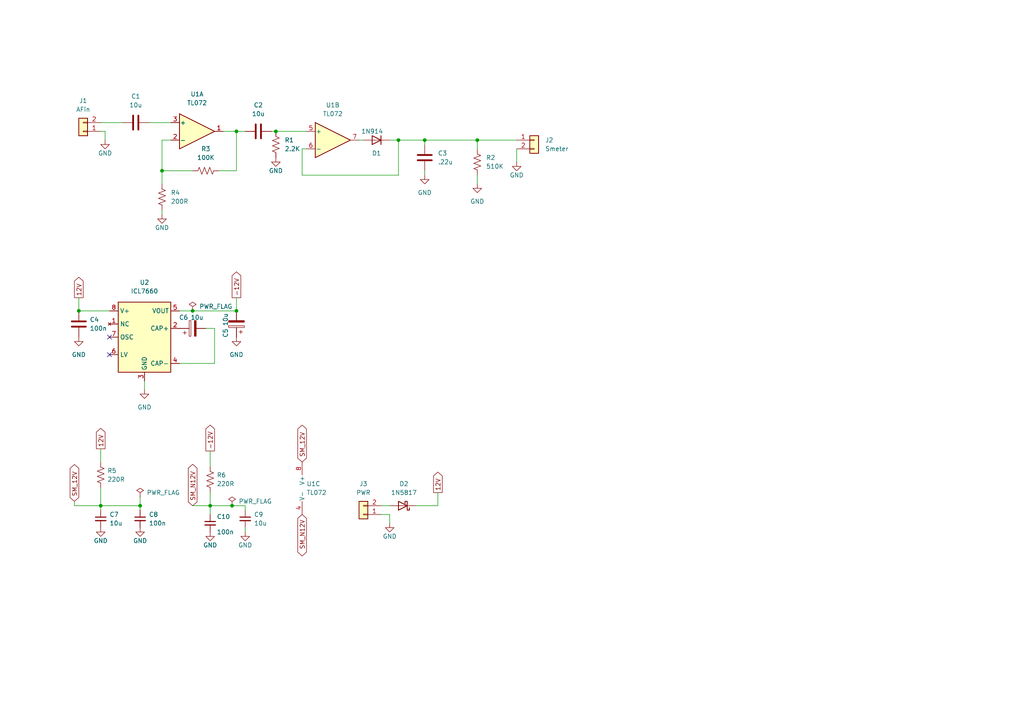
<source format=kicad_sch>
(kicad_sch (version 20211123) (generator eeschema)
  (paper "A4")
  (lib_symbols
    (symbol "Amplifier_Operational:NE5532" (pin_names (offset 0.127))
      (property "Reference" "U" (at 0 5.08 0))
      (property "Value" "NE5532" (at 0 -5.08 0))
      (symbol "NE5532_1_1"
        (polyline (pts (xy -5.08 5.08) (xy 5.08 0) (xy -5.08 -5.08) (xy -5.08 5.08)) (stroke (width 0.254)) (fill (type background)))
        (pin output line (at 7.62 0 180) (length 2.54) (name "~") (number "1"))
        (pin input line (at -7.62 -2.54 0) (length 2.54) (name "-") (number "2"))
        (pin input line (at -7.62 2.54 0) (length 2.54) (name "+") (number "3"))
      )
      (symbol "NE5532_2_1"
        (polyline (pts (xy -5.08 5.08) (xy 5.08 0) (xy -5.08 -5.08) (xy -5.08 5.08)) (stroke (width 0.254)) (fill (type background)))
        (pin input line (at -7.62 2.54 0) (length 2.54) (name "+") (number "5"))
        (pin input line (at -7.62 -2.54 0) (length 2.54) (name "-") (number "6"))
        (pin output line (at 7.62 0 180) (length 2.54) (name "~") (number "7"))
      )
      (symbol "NE5532_3_1"
        (pin power_in line (at -2.54 -7.62 90) (length 3.81) (name "V-") (number "4"))
        (pin power_in line (at -2.54 7.62 270) (length 3.81) (name "V+") (number "8"))
      )
    )
    (symbol "Connector_Generic:Conn_01x02" (pin_names (offset 1.016) hide)
      (property "Reference" "J" (at 0 2.54 0))
      (property "Value" "Conn_01x02" (at 0 -5.08 0))
      (symbol "Conn_01x02_1_1"
        (rectangle (start -1.27 -2.413) (end 0 -2.667) (stroke (width 0.1524)))
        (rectangle (start -1.27 0.127) (end 0 -0.127) (stroke (width 0.1524)))
        (rectangle (start -1.27 1.27) (end 1.27 -3.81) (stroke (width 0.254)) (fill (type background)))
        (pin passive line (at -5.08 0 0) (length 3.81) (name "Pin_1") (number "1"))
        (pin passive line (at -5.08 -2.54 0) (length 3.81) (name "Pin_2") (number "2"))
      )
    )
    (symbol "Device:C" (pin_numbers hide) (pin_names (offset 0.254))
      (property "Reference" "C" (at 0.635 2.54 0))
      (property "Value" "C" (at 0.635 -2.54 0))
      (symbol "C_0_1"
        (polyline (pts (xy -2.032 -0.762) (xy 2.032 -0.762)) (stroke (width 0.508)))
        (polyline (pts (xy -2.032 0.762) (xy 2.032 0.762)) (stroke (width 0.508)))
      )
      (symbol "C_1_1"
        (pin passive line (at 0 3.81 270) (length 2.794) (name "~") (number "1"))
        (pin passive line (at 0 -3.81 90) (length 2.794) (name "~") (number "2"))
      )
    )
    (symbol "Device:C_Polarized" (pin_numbers hide) (pin_names (offset 0.254))
      (property "Reference" "C" (at 0.635 2.54 0))
      (property "Value" "C_Polarized" (at 0.635 -2.54 0))
      (symbol "C_Polarized_0_1"
        (rectangle (start -2.286 0.508) (end 2.286 1.016))
        (polyline (pts (xy -1.778 2.286) (xy -0.762 2.286)))
        (polyline (pts (xy -1.27 2.794) (xy -1.27 1.778)))
        (rectangle (start 2.286 -0.508) (end -2.286 -1.016) (fill (type outline)))
      )
      (symbol "C_Polarized_1_1"
        (pin passive line (at 0 3.81 270) (length 2.794) (name "~") (number "1"))
        (pin passive line (at 0 -3.81 90) (length 2.794) (name "~") (number "2"))
      )
    )
    (symbol "Device:C_Small" (pin_numbers hide) (pin_names (offset 0.254) hide)
      (property "Reference" "C" (at 0.254 1.778 0))
      (property "Value" "C_Small" (at 0.254 -2.032 0))
      (symbol "C_Small_0_1"
        (polyline (pts (xy -1.524 -0.508) (xy 1.524 -0.508)) (stroke (width 0.3302)))
        (polyline (pts (xy -1.524 0.508) (xy 1.524 0.508)) (stroke (width 0.3048)))
      )
      (symbol "C_Small_1_1"
        (pin passive line (at 0 2.54 270) (length 2.032) (name "~") (number "1"))
        (pin passive line (at 0 -2.54 90) (length 2.032) (name "~") (number "2"))
      )
    )
    (symbol "Device:R_US" (pin_numbers hide) (pin_names (offset 0))
      (property "Reference" "R" (at 2.54 0 90))
      (property "Value" "R_US" (at -2.54 0 90))
      (symbol "R_US_0_1"
        (polyline (pts (xy 0 -2.286) (xy 0 -2.54)))
        (polyline (pts (xy 0 2.286) (xy 0 2.54)))
        (polyline (pts (xy 0 -0.762) (xy 1.016 -1.143) (xy 0 -1.524) (xy -1.016 -1.905) (xy 0 -2.286)))
        (polyline (pts (xy 0 0.762) (xy 1.016 0.381) (xy 0 0) (xy -1.016 -0.381) (xy 0 -0.762)))
        (polyline (pts (xy 0 2.286) (xy 1.016 1.905) (xy 0 1.524) (xy -1.016 1.143) (xy 0 0.762)))
      )
      (symbol "R_US_1_1"
        (pin passive line (at 0 3.81 270) (length 1.27) (name "~") (number "1"))
        (pin passive line (at 0 -3.81 90) (length 1.27) (name "~") (number "2"))
      )
    )
    (symbol "Diode:1N5817" (pin_numbers hide) (pin_names (offset 1.016) hide)
      (property "Reference" "D" (at 0 2.54 0))
      (property "Value" "1N5817" (at 0 -2.54 0))
      (symbol "1N5817_0_1"
        (polyline (pts (xy 1.27 0) (xy -1.27 0)))
        (polyline (pts (xy 1.27 1.27) (xy 1.27 -1.27) (xy -1.27 0) (xy 1.27 1.27)) (stroke (width 0.254)))
        (polyline (pts (xy -1.905 0.635) (xy -1.905 1.27) (xy -1.27 1.27) (xy -1.27 -1.27) (xy -0.635 -1.27) (xy -0.635 -0.635)) (stroke (width 0.254)))
      )
      (symbol "1N5817_1_1"
        (pin passive line (at -3.81 0 0) (length 2.54) (name "K") (number "1"))
        (pin passive line (at 3.81 0 180) (length 2.54) (name "A") (number "2"))
      )
    )
    (symbol "Diode:1N914" (pin_numbers hide) (pin_names (offset 1.016) hide)
      (property "Reference" "D" (at 0 2.54 0))
      (property "Value" "1N914" (at 0 -2.54 0))
      (symbol "1N914_0_1"
        (polyline (pts (xy -1.27 1.27) (xy -1.27 -1.27)) (stroke (width 0.254)))
        (polyline (pts (xy 1.27 0) (xy -1.27 0)))
        (polyline (pts (xy 1.27 1.27) (xy 1.27 -1.27) (xy -1.27 0) (xy 1.27 1.27)) (stroke (width 0.254)))
      )
      (symbol "1N914_1_1"
        (pin passive line (at -3.81 0 0) (length 2.54) (name "K") (number "1"))
        (pin passive line (at 3.81 0 180) (length 2.54) (name "A") (number "2"))
      )
    )
    (symbol "Regulator_SwitchedCapacitor:ICL7660"
      (property "Reference" "U4" (at 0 15.875 0))
      (property "Value" "ICL7660" (at 0 13.335 0))
      (symbol "ICL7660_0_1"
        (rectangle (start -7.62 10.16) (end 7.62 -10.16) (stroke (width 0.254)) (fill (type background)))
      )
      (symbol "ICL7660_1_1"
        (pin no_connect line (at -10.16 3.81 0) (length 2.54) (name "NC") (number "1"))
        (pin input line (at 10.16 2.54 180) (length 2.54) (name "CAP+") (number "2"))
        (pin power_in line (at 0 -12.7 90) (length 2.54) (name "GND") (number "3"))
        (pin input line (at 10.16 -7.62 180) (length 2.54) (name "CAP-") (number "4"))
        (pin passive line (at 10.16 7.62 180) (length 2.54) (name "VOUT") (number "5"))
        (pin input line (at -10.16 -5.08 0) (length 2.54) (name "LV") (number "6"))
        (pin input line (at -10.16 0 0) (length 2.54) (name "OSC") (number "7"))
        (pin power_in line (at -10.16 7.62 0) (length 2.54) (name "V+") (number "8"))
      )
    )
    (symbol "power:GND" (power) (pin_names (offset 0))
      (property "Value" "GND" (at 0 -3.81 0))
      (symbol "GND_0_1"
        (polyline (pts (xy 0 0) (xy 0 -1.27) (xy 1.27 -1.27) (xy 0 -2.54) (xy -1.27 -1.27) (xy 0 -1.27)))
      )
      (symbol "GND_1_1"
        (pin power_in line (at 0 0 270) (length 0) hide (name "GND") (number "1"))
      )
    )
    (symbol "power:PWR_FLAG" (power) (pin_numbers hide) (pin_names (offset 0) hide)
      (property "Value" "PWR_FLAG" (at 0 3.81 0))
      (symbol "PWR_FLAG_0_0"
        (pin power_out line (at 0 0 90) (length 0) (name "pwr") (number "1"))
      )
      (symbol "PWR_FLAG_0_1"
        (polyline (pts (xy 0 0) (xy 0 1.27) (xy -1.016 1.905) (xy 0 2.54) (xy 1.016 1.905) (xy 0 1.27)))
      )
    )
  )
  (junction (at 123.19 40.64))
  (junction (at 115.57 40.64))
  (junction (at 68.58 38.1))
  (junction (at 68.58 90.17))
  (junction (at 67.31 146.685))
  (junction (at 40.64 146.685))
  (junction (at 46.99 49.53))
  (junction (at 22.86 90.17))
  (junction (at 29.21 146.685))
  (junction (at 138.43 40.64))
  (junction (at 60.96 146.685))
  (junction (at 55.88 90.17))
  (junction (at 80.01 38.1))
  (no_connect (at 31.75 97.79))
  (no_connect (at 31.75 102.87))
  (wire (pts (xy 138.43 40.64) (xy 149.86 40.64)))
  (wire (pts (xy 60.96 146.685) (xy 60.96 149.225)))
  (wire (pts (xy 29.21 147.955) (xy 29.21 146.685)))
  (wire (pts (xy 115.57 50.8) (xy 115.57 40.64)))
  (wire (pts (xy 29.21 130.175) (xy 29.21 133.985)))
  (wire (pts (xy 29.21 38.1) (xy 30.48 38.1)))
  (wire (pts (xy 138.43 40.64) (xy 138.43 43.18)))
  (wire (pts (xy 62.23 95.25) (xy 62.23 105.41)))
  (wire (pts (xy 104.14 40.64) (xy 105.41 40.64)))
  (wire (pts (xy 115.57 40.64) (xy 123.19 40.64)))
  (wire (pts (xy 110.49 149.225) (xy 113.03 149.225)))
  (wire (pts (xy 120.65 146.685) (xy 127 146.685)))
  (wire (pts (xy 49.53 40.64) (xy 46.99 40.64)))
  (wire (pts (xy 63.5 49.53) (xy 68.58 49.53)))
  (wire (pts (xy 113.03 40.64) (xy 115.57 40.64)))
  (wire (pts (xy 46.99 40.64) (xy 46.99 49.53)))
  (wire (pts (xy 88.9 43.18) (xy 87.63 43.18)))
  (wire (pts (xy 68.58 38.1) (xy 71.12 38.1)))
  (wire (pts (xy 35.56 35.56) (xy 29.21 35.56)))
  (wire (pts (xy 30.48 38.1) (xy 30.48 40.64)))
  (wire (pts (xy 60.96 130.81) (xy 60.96 135.255)))
  (wire (pts (xy 40.64 144.145) (xy 40.64 146.685)))
  (wire (pts (xy 113.03 149.225) (xy 113.03 151.765)))
  (wire (pts (xy 68.58 86.36) (xy 68.58 90.17)))
  (wire (pts (xy 68.58 38.1) (xy 68.58 49.53)))
  (wire (pts (xy 67.31 146.685) (xy 71.12 146.685)))
  (wire (pts (xy 71.12 154.305) (xy 71.12 153.035)))
  (wire (pts (xy 80.01 38.1) (xy 88.9 38.1)))
  (wire (pts (xy 127 146.685) (xy 127 142.875)))
  (wire (pts (xy 123.19 40.64) (xy 123.19 41.91)))
  (wire (pts (xy 110.49 146.685) (xy 113.03 146.685)))
  (wire (pts (xy 64.77 38.1) (xy 68.58 38.1)))
  (wire (pts (xy 71.12 146.685) (xy 71.12 147.955)))
  (wire (pts (xy 60.96 146.685) (xy 55.88 146.685)))
  (wire (pts (xy 123.19 49.53) (xy 123.19 50.8)))
  (wire (pts (xy 138.43 53.34) (xy 138.43 50.8)))
  (wire (pts (xy 29.21 146.685) (xy 21.59 146.685)))
  (wire (pts (xy 43.18 35.56) (xy 49.53 35.56)))
  (wire (pts (xy 52.07 90.17) (xy 55.88 90.17)))
  (wire (pts (xy 29.21 141.605) (xy 29.21 146.685)))
  (wire (pts (xy 46.99 49.53) (xy 55.88 49.53)))
  (wire (pts (xy 55.88 90.17) (xy 68.58 90.17)))
  (wire (pts (xy 22.86 90.17) (xy 31.75 90.17)))
  (wire (pts (xy 59.69 95.25) (xy 62.23 95.25)))
  (wire (pts (xy 41.91 113.03) (xy 41.91 110.49)))
  (wire (pts (xy 60.96 142.875) (xy 60.96 146.685)))
  (wire (pts (xy 87.63 43.18) (xy 87.63 50.8)))
  (wire (pts (xy 149.86 43.18) (xy 149.86 46.99)))
  (wire (pts (xy 87.63 50.8) (xy 115.57 50.8)))
  (wire (pts (xy 123.19 40.64) (xy 138.43 40.64)))
  (wire (pts (xy 78.74 38.1) (xy 80.01 38.1)))
  (wire (pts (xy 40.64 146.685) (xy 40.64 147.955)))
  (wire (pts (xy 62.23 105.41) (xy 52.07 105.41)))
  (wire (pts (xy 46.99 49.53) (xy 46.99 53.34)))
  (wire (pts (xy 29.21 146.685) (xy 40.64 146.685)))
  (wire (pts (xy 21.59 146.685) (xy 21.59 145.415)))
  (wire (pts (xy 67.31 146.685) (xy 60.96 146.685)))
  (wire (pts (xy 22.86 86.36) (xy 22.86 90.17)))
  (wire (pts (xy 46.99 62.23) (xy 46.99 60.96)))
  (global_label "SM_N12V" (shape bidirectional) (at 55.88 146.685 90) (property "Intersheet References" "${INTERSHEET_REFS}" (effects hide)))
  (global_label "SM_12V" (shape bidirectional) (at 87.63 133.985 90) (property "Intersheet References" "${INTERSHEET_REFS}" (effects hide)))
  (global_label "12V" (shape output) (at 29.21 130.175 90) (property "Intersheet References" "${INTERSHEET_REFS}" (effects hide)))
  (global_label "12V" (shape output) (at 22.86 86.36 90) (property "Intersheet References" "${INTERSHEET_REFS}" (effects hide)))
  (global_label "-12V" (shape output) (at 60.96 130.81 90) (property "Intersheet References" "${INTERSHEET_REFS}" (effects hide)))
  (global_label "SM_12V" (shape bidirectional) (at 21.59 145.415 90) (property "Intersheet References" "${INTERSHEET_REFS}" (effects hide)))
  (global_label "12V" (shape output) (at 127 142.875 90) (property "Intersheet References" "${INTERSHEET_REFS}" (effects hide)))
  (global_label "SM_N12V" (shape bidirectional) (at 87.63 149.225 270) (property "Intersheet References" "${INTERSHEET_REFS}" (effects hide)))
  (global_label "-12V" (shape output) (at 68.58 86.36 90) (property "Intersheet References" "${INTERSHEET_REFS}" (effects hide)))
  (symbol (lib_id "Device:C") (at 123.19 45.72 0) (unit 1)
    (property "Reference" "C3" (at 127 44.4499 0) (effects (justify left)))
    (property "Value" ".22u" (at 127 46.9899 0) (effects (justify left)))
    (property "Footprint" "Capacitor_SMD:C_1206_3216Metric" (effects hide))
  )
  (symbol (lib_id "Device:C_Small") (at 71.12 150.495 0) (unit 1)
    (property "Reference" "C9" (at 73.66 149.2312 0) (effects (justify left)))
    (property "Value" "10u" (at 73.66 151.7712 0) (effects (justify left)))
    (property "Footprint" "Capacitor_SMD:C_1206_3216Metric" (effects hide))
  )
  (symbol (lib_id "Device:C_Small") (at 40.64 150.495 0) (unit 1)
    (property "Reference" "C8" (at 43.18 149.2312 0) (effects (justify left)))
    (property "Value" "100n" (at 43.18 151.7712 0) (effects (justify left)))
    (property "Footprint" "Capacitor_SMD:C_1206_3216Metric" (effects hide))
  )
  (symbol (lib_id "Device:C") (at 74.93 38.1 90) (unit 1)
    (property "Reference" "C2" (at 74.93 30.48 90))
    (property "Value" "10u" (at 74.93 33.02 90))
    (property "Footprint" "Capacitor_SMD:C_1206_3216Metric" (effects hide))
  )
  (symbol (lib_id "Amplifier_Operational:NE5532") (at 96.52 40.64 0) (unit 2)
    (property "Reference" "U1" (at 96.52 30.48 0))
    (property "Value" "TL072" (at 96.52 33.02 0))
    (property "Footprint" "Package_DIP:DIP-8_W7.62mm_Socket" (effects hide))
    (property "Datasheet" "http://www.ti.com/lit/ds/symlink/ne5532.pdf" (effects hide))
  )
  (symbol (lib_id "Device:C_Small") (at 60.96 151.765 0) (unit 1)
    (property "Reference" "C10" (at 62.865 149.86 0) (effects (justify left)))
    (property "Value" "100n" (at 62.865 154.305 0) (effects (justify left)))
    (property "Footprint" "Capacitor_SMD:C_1206_3216Metric" (effects hide))
  )
  (symbol (lib_id "Device:R_US") (at 60.96 139.065 0) (unit 1)
    (property "Reference" "R6" (at 62.865 137.7949 0) (effects (justify left)))
    (property "Value" "220R" (at 62.865 140.3349 0) (effects (justify left)))
    (property "Footprint" "Resistor_SMD:R_1206_3216Metric" (effects hide))
  )
  (symbol (lib_id "Device:C_Polarized") (at 68.58 93.98 180) (unit 1)
    (property "Reference" "C5" (at 65.405 95.25 90) (effects (justify left)))
    (property "Value" "10u" (at 65.405 90.805 90) (effects (justify left)))
    (property "Footprint" "Capacitor_THT:CP_Radial_D8.0mm_P2.50mm" (effects hide))
  )
  (symbol (lib_id "Device:C_Polarized") (at 55.88 95.25 90) (unit 1)
    (property "Reference" "C6" (at 54.61 92.075 90) (effects (justify left)))
    (property "Value" "10u" (at 59.055 92.075 90) (effects (justify left)))
    (property "Footprint" "Capacitor_THT:CP_Radial_D8.0mm_P2.50mm" (effects hide))
  )
  (symbol (lib_id "Connector_Generic:Conn_01x02") (at 24.13 38.1 180) (unit 1)
    (property "Reference" "J1" (at 24.13 29.21 0))
    (property "Value" "AFin" (at 24.13 31.75 0))
    (property "Footprint" "Connector_PinHeader_2.54mm:PinHeader_1x02_P2.54mm_Vertical" (effects hide))
  )
  (symbol (lib_id "Diode:1N5817") (at 116.84 146.685 180) (unit 1)
    (property "Reference" "D2" (at 117.1575 140.335 0))
    (property "Value" "1N5817" (at 117.1575 142.875 0))
    (property "Footprint" "Diode_THT:D_DO-41_SOD81_P10.16mm_Horizontal" (effects hide))
    (property "Datasheet" "http://www.vishay.com/docs/88525/1n5817.pdf" (effects hide))
  )
  (symbol (lib_id "Device:C_Small") (at 29.21 150.495 0) (unit 1)
    (property "Reference" "C7" (at 31.75 149.2312 0) (effects (justify left)))
    (property "Value" "10u" (at 31.75 151.7712 0) (effects (justify left)))
    (property "Footprint" "Capacitor_SMD:C_1206_3216Metric" (effects hide))
  )
  (symbol (lib_id "power:GND") (at 68.58 97.79 0) (unit 1)
    (property "Reference" "#PWR08" (effects hide))
    (property "Value" "GND" (at 68.58 102.87 0))
  )
  (symbol (lib_id "power:PWR_FLAG") (at 40.64 144.145 0) (unit 1)
    (property "Reference" "#FLG02" (effects hide))
    (property "Value" "PWR_FLAG" (at 42.545 142.8749 0) (effects (justify left)))
  )
  (symbol (lib_id "Connector_Generic:Conn_01x02") (at 105.41 149.225 180) (unit 1)
    (property "Reference" "J3" (at 105.41 140.335 0))
    (property "Value" "PWR" (at 105.41 142.875 0))
    (property "Footprint" "Connector_PinHeader_2.54mm:PinHeader_1x02_P2.54mm_Vertical" (effects hide))
  )
  (symbol (lib_id "Connector_Generic:Conn_01x02") (at 154.94 40.64 0) (unit 1)
    (property "Reference" "J2" (at 158.115 40.6399 0) (effects (justify left)))
    (property "Value" "Smeter" (at 158.115 43.1799 0) (effects (justify left)))
    (property "Footprint" "Connector_PinHeader_2.54mm:PinHeader_1x02_P2.54mm_Vertical" (effects hide))
  )
  (symbol (lib_id "power:GND") (at 113.03 151.765 0) (unit 1)
    (property "Reference" "#PWR010" (effects hide))
    (property "Value" "GND" (at 113.03 155.575 0))
  )
  (symbol (lib_id "Device:C") (at 39.37 35.56 90) (unit 1)
    (property "Reference" "C1" (at 39.37 27.94 90))
    (property "Value" "10u" (at 39.37 30.48 90))
    (property "Footprint" "Capacitor_SMD:C_1206_3216Metric" (effects hide))
  )
  (symbol (lib_id "power:GND") (at 40.64 153.035 0) (unit 1)
    (property "Reference" "#PWR012" (effects hide))
    (property "Value" "GND" (at 40.64 156.845 0))
  )
  (symbol (lib_id "power:GND") (at 123.19 50.8 0) (unit 1)
    (property "Reference" "#PWR04" (effects hide))
    (property "Value" "GND" (at 123.19 55.88 0))
  )
  (symbol (lib_id "power:GND") (at 46.99 62.23 0) (unit 1)
    (property "Reference" "#PWR06" (effects hide))
    (property "Value" "GND" (at 46.99 66.04 0))
  )
  (symbol (lib_id "power:GND") (at 41.91 113.03 0) (unit 1)
    (property "Reference" "#PWR09" (effects hide))
    (property "Value" "GND" (at 41.91 118.11 0))
  )
  (symbol (lib_id "power:GND") (at 138.43 53.34 0) (unit 1)
    (property "Reference" "#PWR05" (effects hide))
    (property "Value" "GND" (at 138.43 58.42 0))
  )
  (symbol (lib_id "Diode:1N914") (at 109.22 40.64 180) (unit 1)
    (property "Reference" "D1" (at 109.22 44.45 0))
    (property "Value" "1N914" (at 107.95 38.1 0))
    (property "Footprint" "Diode_THT:D_DO-35_SOD27_P7.62mm_Horizontal" (effects hide))
    (property "Datasheet" "http://www.vishay.com/docs/85622/1n914.pdf" (effects hide))
  )
  (symbol (lib_id "Regulator_SwitchedCapacitor:ICL7660") (at 41.91 97.79 0) (unit 1)
    (property "Reference" "U2" (at 41.91 81.915 0))
    (property "Value" "ICL7660" (at 41.91 84.455 0))
    (property "Footprint" "Package_SO:SOIC-8_3.9x4.9mm_P1.27mm" (effects hide))
    (property "Datasheet" "http://datasheets.maximintegrated.com/en/ds/ICL7660-MAX1044.pdf" (effects hide))
  )
  (symbol (lib_id "power:GND") (at 80.01 45.72 0) (unit 1)
    (property "Reference" "#PWR02" (effects hide))
    (property "Value" "GND" (at 80.01 49.53 0))
  )
  (symbol (lib_id "Device:R_US") (at 59.69 49.53 90) (unit 1)
    (property "Reference" "R3" (at 59.69 43.18 90))
    (property "Value" "100K" (at 59.69 45.72 90))
    (property "Footprint" "Resistor_SMD:R_1206_3216Metric" (effects hide))
  )
  (symbol (lib_id "power:PWR_FLAG") (at 67.31 146.685 0) (unit 1)
    (property "Reference" "#FLG03" (effects hide))
    (property "Value" "PWR_FLAG" (at 69.215 145.4149 0) (effects (justify left)))
  )
  (symbol (lib_id "Device:R_US") (at 29.21 137.795 0) (unit 1)
    (property "Reference" "R5" (at 31.115 136.5249 0) (effects (justify left)))
    (property "Value" "220R" (at 31.115 139.0649 0) (effects (justify left)))
    (property "Footprint" "Resistor_SMD:R_1206_3216Metric" (effects hide))
  )
  (symbol (lib_id "Device:C") (at 22.86 93.98 180) (unit 1)
    (property "Reference" "C4" (at 26.035 92.7099 0) (effects (justify right)))
    (property "Value" "100n" (at 26.035 95.2499 0) (effects (justify right)))
    (property "Footprint" "Capacitor_SMD:C_1206_3216Metric" (effects hide))
  )
  (symbol (lib_id "power:GND") (at 60.96 154.305 0) (unit 1)
    (property "Reference" "#PWR013" (effects hide))
    (property "Value" "GND" (at 60.96 158.115 0))
  )
  (symbol (lib_id "Device:R_US") (at 46.99 57.15 0) (unit 1)
    (property "Reference" "R4" (at 49.53 55.8799 0) (effects (justify left)))
    (property "Value" "200R" (at 49.53 58.4199 0) (effects (justify left)))
    (property "Footprint" "Resistor_SMD:R_1206_3216Metric" (effects hide))
  )
  (symbol (lib_id "power:GND") (at 149.86 46.99 0) (unit 1)
    (property "Reference" "#PWR03" (effects hide))
    (property "Value" "GND" (at 149.86 50.8 0))
  )
  (symbol (lib_id "power:GND") (at 30.48 40.64 0) (unit 1)
    (property "Reference" "#PWR01" (effects hide))
    (property "Value" "GND" (at 30.48 44.45 0))
  )
  (symbol (lib_id "Amplifier_Operational:NE5532") (at 90.17 141.605 0) (unit 3)
    (property "Reference" "U1" (at 88.9 140.3349 0) (effects (justify left)))
    (property "Value" "TL072" (at 88.9 142.8749 0) (effects (justify left)))
    (property "Footprint" "Package_DIP:DIP-8_W7.62mm_Socket" (effects hide))
    (property "Datasheet" "http://www.ti.com/lit/ds/symlink/ne5532.pdf" (effects hide))
  )
  (symbol (lib_id "power:PWR_FLAG") (at 55.88 90.17 0) (unit 1)
    (property "Reference" "#FLG01" (effects hide))
    (property "Value" "PWR_FLAG" (at 57.785 88.8999 0) (effects (justify left)))
  )
  (symbol (lib_id "Device:R_US") (at 80.01 41.91 180) (unit 1)
    (property "Reference" "R1" (at 82.55 40.6399 0) (effects (justify right)))
    (property "Value" "2.2K" (at 82.55 43.1799 0) (effects (justify right)))
    (property "Footprint" "Resistor_SMD:R_1206_3216Metric" (effects hide))
  )
  (symbol (lib_id "power:GND") (at 71.12 154.305 0) (unit 1)
    (property "Reference" "#PWR014" (effects hide))
    (property "Value" "GND" (at 71.12 158.115 0))
  )
  (symbol (lib_id "power:GND") (at 29.21 153.035 0) (unit 1)
    (property "Reference" "#PWR011" (effects hide))
    (property "Value" "GND" (at 29.21 156.845 0))
  )
  (symbol (lib_id "Amplifier_Operational:NE5532") (at 57.15 38.1 0) (unit 1)
    (property "Reference" "U1" (at 57.15 27.305 0))
    (property "Value" "TL072" (at 57.15 29.845 0))
    (property "Footprint" "Package_DIP:DIP-8_W7.62mm_Socket" (effects hide))
    (property "Datasheet" "http://www.ti.com/lit/ds/symlink/ne5532.pdf" (effects hide))
  )
  (symbol (lib_id "Device:R_US") (at 138.43 46.99 180) (unit 1)
    (property "Reference" "R2" (at 140.97 45.7199 0) (effects (justify right)))
    (property "Value" "510K" (at 140.97 48.2599 0) (effects (justify right)))
    (property "Footprint" "Resistor_SMD:R_1206_3216Metric" (effects hide))
  )
  (symbol (lib_id "power:GND") (at 22.86 97.79 0) (unit 1)
    (property "Reference" "#PWR07" (effects hide))
    (property "Value" "GND" (at 22.86 102.87 0))
  )
)
</source>
